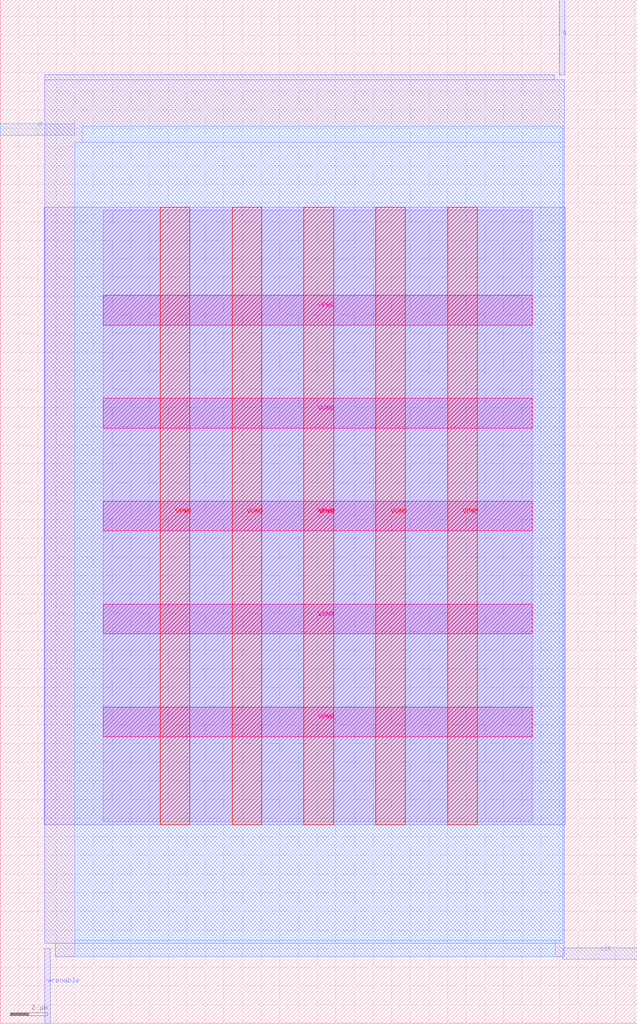
<source format=lef>
VERSION 5.7 ;
  NOWIREEXTENSIONATPIN ON ;
  DIVIDERCHAR "/" ;
  BUSBITCHARS "[]" ;
MACRO register
  CLASS BLOCK ;
  FOREIGN register ;
  ORIGIN 0.000 0.000 ;
  SIZE 34.165 BY 54.885 ;
  PIN clk
    DIRECTION INPUT ;
    USE SIGNAL ;
    PORT
      LAYER met3 ;
        RECT 30.165 3.440 34.165 4.040 ;
    END
  END clk
  PIN d
    DIRECTION INPUT ;
    USE SIGNAL ;
    PORT
      LAYER met3 ;
        RECT 0.000 47.640 4.000 48.240 ;
    END
  END d
  PIN q
    DIRECTION OUTPUT TRISTATE ;
    USE SIGNAL ;
    PORT
      LAYER met2 ;
        RECT 29.990 50.885 30.270 54.885 ;
    END
  END q
  PIN wrenable
    DIRECTION INPUT ;
    USE SIGNAL ;
    PORT
      LAYER met2 ;
        RECT 2.390 0.000 2.670 4.000 ;
    END
  END wrenable
  PIN VPWR
    DIRECTION INOUT ;
    USE POWER ;
    PORT
      LAYER met4 ;
        RECT 23.990 10.640 25.590 43.760 ;
    END
  END VPWR
  PIN VPWR
    DIRECTION INOUT ;
    USE POWER ;
    PORT
      LAYER met4 ;
        RECT 16.280 10.640 17.880 43.760 ;
    END
  END VPWR
  PIN VPWR
    DIRECTION INOUT ;
    USE POWER ;
    PORT
      LAYER met4 ;
        RECT 8.575 10.640 10.175 43.760 ;
    END
  END VPWR
  PIN VPWR
    DIRECTION INOUT ;
    USE POWER ;
    PORT
      LAYER met5 ;
        RECT 5.520 37.445 28.520 39.045 ;
    END
  END VPWR
  PIN VPWR
    DIRECTION INOUT ;
    USE POWER ;
    PORT
      LAYER met5 ;
        RECT 5.520 26.405 28.520 28.005 ;
    END
  END VPWR
  PIN VPWR
    DIRECTION INOUT ;
    USE POWER ;
    PORT
      LAYER met5 ;
        RECT 5.520 15.360 28.520 16.960 ;
    END
  END VPWR
  PIN VGND
    DIRECTION INOUT ;
    USE GROUND ;
    PORT
      LAYER met4 ;
        RECT 20.135 10.640 21.735 43.760 ;
    END
  END VGND
  PIN VGND
    DIRECTION INOUT ;
    USE GROUND ;
    PORT
      LAYER met4 ;
        RECT 12.430 10.640 14.030 43.760 ;
    END
  END VGND
  PIN VGND
    DIRECTION INOUT ;
    USE GROUND ;
    PORT
      LAYER met5 ;
        RECT 5.520 31.925 28.520 33.525 ;
    END
  END VGND
  PIN VGND
    DIRECTION INOUT ;
    USE GROUND ;
    PORT
      LAYER met5 ;
        RECT 5.520 20.880 28.520 22.480 ;
    END
  END VGND
  OBS
      LAYER li1 ;
        RECT 5.520 10.795 28.520 43.605 ;
      LAYER met1 ;
        RECT 2.370 10.640 30.290 43.760 ;
      LAYER met2 ;
        RECT 2.400 50.605 29.710 50.885 ;
        RECT 2.400 4.280 30.260 50.605 ;
        RECT 2.950 3.555 30.260 4.280 ;
      LAYER met3 ;
        RECT 4.400 47.240 30.165 48.105 ;
        RECT 4.000 4.440 30.165 47.240 ;
        RECT 4.000 3.575 29.765 4.440 ;
  END
END register
END LIBRARY


</source>
